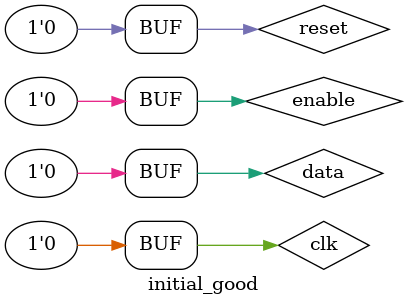
<source format=v>
module initial_good();
reg clk,reset,enable,data;

initial begin
 clk = 0;
 reset = 0;
 enable = 0;
 data = 0;
end

endmodule

</source>
